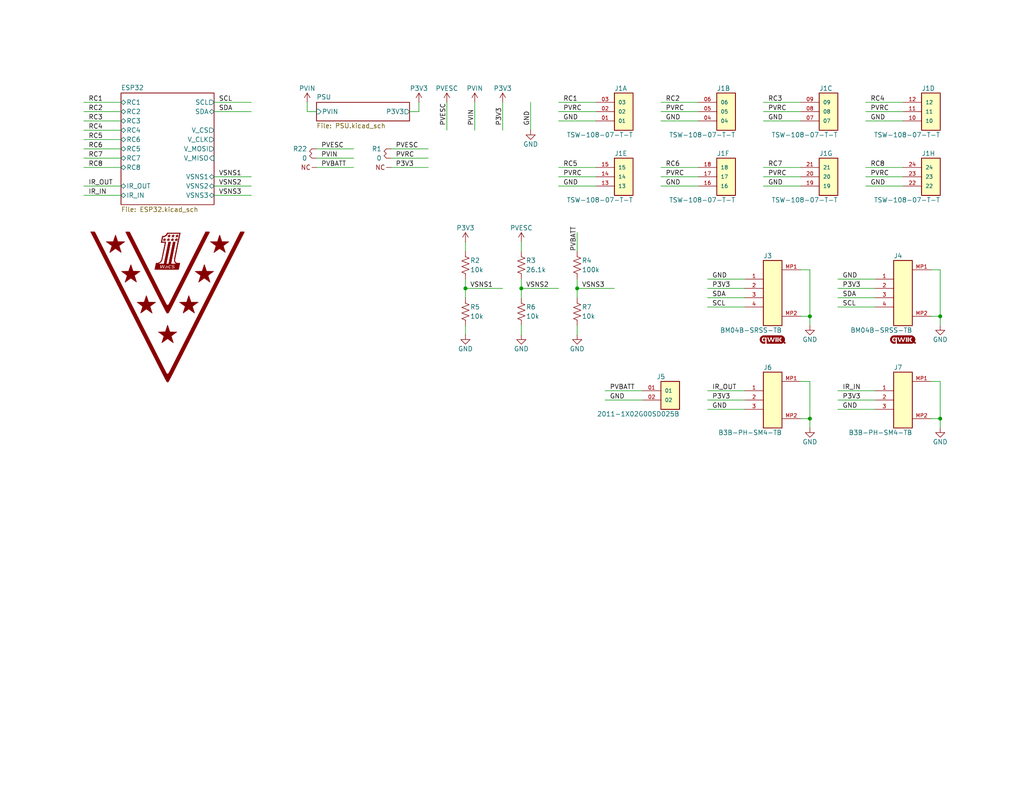
<source format=kicad_sch>
(kicad_sch (version 20231120) (generator "eeschema") (generator_version "8.0")
  (paper "USLetter")
  (title_block (title "ESP32 RC Controller") (date "2024-09-04") (rev "0") (company "Wireless and Control Systems LLC") (comment 1 "Dan Tatum"))
  (lib_symbols
    (symbol "power:+3.3V" (power) (pin_numbers hide) (pin_names (offset 0) hide)
      (property "Value" "+3.3V" (at 0 3.556 0))
      (symbol "+3.3V_1_1"
        (pin power_in line (at 0 0 90) (length 0) (name "~") (number "1"))
      )
    )
    (symbol "power:GND" (power) (pin_numbers hide) (pin_names (offset 0) hide)
      (property "Value" "GND" (at 0 -3.81 0))
      (symbol "GND_1_1"
        (pin power_in line (at 0 0 270) (length 0) (name "~") (number "1"))
      )
    )
    (symbol "proj_library:2011-1X02G00SD025B" (pin_names (offset 1.016))
      (property "Reference" "J" (at 0 5.08 0))
      (property "Value" "2011-1X02G00SD025B" (at 0 -5.08 0))
      (symbol "2011-1X02G00SD025B_0_0"
        (pin passive line (at -5.08 1.27 0) (length 5.08) (name "01") (number "01"))
        (pin passive line (at -5.08 -1.27 0) (length 5.08) (name "02") (number "02"))
      )
    )
    (symbol "proj_library:B3B-PH-SM4-TB" (pin_names (offset 0.254))
      (property "Reference" "J" (at 0 8.89 0))
      (property "Value" "B3B-PH-SM4-TB" (at 5.08 -8.89 0))
      (symbol "B3B-PH-SM4-TB_1_0"
        (pin passive line (at -5.08 2.54 0) (length 5.08) (name "") (number "1"))
        (pin passive line (at -5.08 0 0) (length 5.08) (name "") (number "2"))
        (pin passive line (at -5.08 -2.54 0) (length 5.08) (name "") (number "3"))
        (pin passive line (at 10.16 5.08 180) (length 5.08) (name "") (number "MP1"))
        (pin passive line (at 10.16 -5.08 180) (length 5.08) (name "") (number "MP2"))
      )
      (symbol "B3B-PH-SM4-TB_1_2"
        (pin unspecified line (at 0 0 0) (length 5.08) (name "1") (number "1"))
        (pin unspecified line (at 0 -2.54 0) (length 5.08) (name "2") (number "2"))
        (pin unspecified line (at 0 -5.08 0) (length 5.08) (name "3") (number "3"))
        (pin unspecified line (at 0 -7.62 0) (length 5.08) (name "4") (number "4"))
      )
    )
    (symbol "proj_library:BM04B-SRSS-TB" (pin_names (offset 0.254))
      (property "Reference" "J" (at 0 10.16 0))
      (property "Value" "BM04B-SRSS-TB" (at 5.08 -10.16 0))
      (symbol "BM04B-SRSS-TB_1_0"
        (pin passive line (at -5.08 3.81 0) (length 5.08) (name "") (number "1"))
        (pin passive line (at -5.08 1.27 0) (length 5.08) (name "") (number "2"))
        (pin passive line (at -5.08 -1.27 0) (length 5.08) (name "") (number "3"))
        (pin passive line (at -5.08 -3.81 0) (length 5.08) (name "") (number "4"))
        (pin passive line (at 10.16 6.35 180) (length 5.08) (name "") (number "MP1"))
        (pin passive line (at 10.16 -6.35 180) (length 5.08) (name "") (number "MP2"))
      )
      (symbol "BM04B-SRSS-TB_1_2"
        (pin unspecified line (at 0 0 0) (length 5.08) (name "1") (number "1"))
        (pin unspecified line (at 0 -2.54 0) (length 5.08) (name "2") (number "2"))
        (pin unspecified line (at 0 -5.08 0) (length 5.08) (name "3") (number "3"))
        (pin unspecified line (at 0 -7.62 0) (length 5.08) (name "4") (number "4"))
      )
    )
    (symbol "proj_library:CRCW06030000Z0EAC_3PAD" (pin_numbers hide) (pin_names (offset 0))
      (property "Reference" "R" (at 1.016 2.54 0))
      (property "Value" "0" (at 1.016 0 0))
      (symbol "CRCW06030000Z0EAC_3PAD_1_1"
        (text "NC" (at 0.254 -2.54 0) (effects (font (size 1.27 1.27)) (justify left)))
        (pin passive line (at -1.27 2.54 0) (length 1.27) (name "~") (number "1"))
        (pin passive line (at -1.27 0 0) (length 1.27) (name "~") (number "2"))
        (pin passive line (at -1.27 -2.54 0) (length 1.27) (name "~") (number "3"))
      )
    )
    (symbol "proj_library:CRCW0603100KFKEAC" (pin_numbers hide) (pin_names (offset 0))
      (property "Reference" "R" (at 1.27 2.54 0))
      (property "Value" "100k" (at 1.27 -2.54 0))
      (symbol "CRCW0603100KFKEAC_1_1"
        (pin passive line (at 0 3.81 270) (length 1.27) (name "~") (number "1"))
        (pin passive line (at 0 -3.81 90) (length 1.27) (name "~") (number "2"))
      )
    )
    (symbol "proj_library:CRCW060310K0FKEAC" (pin_numbers hide) (pin_names (offset 0))
      (property "Reference" "R" (at 1.27 2.54 0))
      (property "Value" "10k" (at 1.27 -2.54 0))
      (symbol "CRCW060310K0FKEAC_1_1"
        (pin passive line (at 0 3.81 270) (length 1.27) (name "~") (number "1"))
        (pin passive line (at 0 -3.81 90) (length 1.27) (name "~") (number "2"))
      )
    )
    (symbol "proj_library:CRCW060326K1FKEAC" (pin_numbers hide) (pin_names (offset 0))
      (property "Reference" "R" (at 1.27 2.54 0))
      (property "Value" "26.1k" (at 1.27 -2.54 0))
      (symbol "CRCW060326K1FKEAC_1_1"
        (pin passive line (at 0 3.81 270) (length 1.27) (name "~") (number "1"))
        (pin passive line (at 0 -3.81 90) (length 1.27) (name "~") (number "2"))
      )
    )
    (symbol "proj_library:Champion_Logo" (pin_numbers hide) (pin_names (offset 0) hide) (exclude_from_sim yes) (in_bom no))
    (symbol "proj_library:QWIIC_logo" (pin_names (offset 1.016)) (exclude_from_sim yes) (in_bom no))
    (symbol "proj_library:TSW-108-07-T-T" (pin_names (offset 1.016))
      (property "Reference" "J" (at 0 6.35 0))
      (property "Value" "TSW-108-07-T-T" (at 0 -6.35 0))
      (symbol "TSW-108-07-T-T_1_0"
        (pin passive line (at -5.08 2.54 0) (length 5.08) (name "01") (number "01"))
        (pin passive line (at -5.08 0 0) (length 5.08) (name "02") (number "02"))
        (pin passive line (at -5.08 -2.54 0) (length 5.08) (name "03") (number "03"))
      )
      (symbol "TSW-108-07-T-T_2_0"
        (pin passive line (at -5.08 2.54 0) (length 5.08) (name "04") (number "04"))
        (pin passive line (at -5.08 0 0) (length 5.08) (name "05") (number "05"))
        (pin passive line (at -5.08 -2.54 0) (length 5.08) (name "06") (number "06"))
      )
      (symbol "TSW-108-07-T-T_3_0"
        (pin passive line (at -5.08 2.54 0) (length 5.08) (name "07") (number "07"))
        (pin passive line (at -5.08 0 0) (length 5.08) (name "08") (number "08"))
        (pin passive line (at -5.08 -2.54 0) (length 5.08) (name "09") (number "09"))
      )
      (symbol "TSW-108-07-T-T_4_0"
        (pin passive line (at -5.08 2.54 0) (length 5.08) (name "10") (number "10"))
        (pin passive line (at -5.08 0 0) (length 5.08) (name "11") (number "11"))
        (pin passive line (at -5.08 -2.54 0) (length 5.08) (name "12") (number "12"))
      )
      (symbol "TSW-108-07-T-T_5_0"
        (pin passive line (at -5.08 2.54 0) (length 5.08) (name "13") (number "13"))
        (pin passive line (at -5.08 0 0) (length 5.08) (name "14") (number "14"))
        (pin passive line (at -5.08 -2.54 0) (length 5.08) (name "15") (number "15"))
      )
      (symbol "TSW-108-07-T-T_6_0"
        (pin passive line (at -5.08 2.54 0) (length 5.08) (name "16") (number "16"))
        (pin passive line (at -5.08 0 0) (length 5.08) (name "17") (number "17"))
        (pin passive line (at -5.08 -2.54 0) (length 5.08) (name "18") (number "18"))
      )
      (symbol "TSW-108-07-T-T_7_0"
        (pin passive line (at -5.08 2.54 0) (length 5.08) (name "19") (number "19"))
        (pin passive line (at -5.08 0 0) (length 5.08) (name "20") (number "20"))
        (pin passive line (at -5.08 -2.54 0) (length 5.08) (name "21") (number "21"))
      )
      (symbol "TSW-108-07-T-T_8_0"
        (pin passive line (at -5.08 2.54 0) (length 5.08) (name "22") (number "22"))
        (pin passive line (at -5.08 0 0) (length 5.08) (name "23") (number "23"))
        (pin passive line (at -5.08 -2.54 0) (length 5.08) (name "24") (number "24"))
      )
    )
    (symbol "proj_library:WaCS-1_logo" (pin_numbers hide) (pin_names (offset 0) hide) (exclude_from_sim yes) (in_bom no))
  )
  (junction (at 220.98 86.36))
  (junction (at 256.54 86.36))
  (junction (at 142.24 78.74))
  (junction (at 157.48 78.74))
  (junction (at 256.54 114.3))
  (junction (at 127 78.74))
  (junction (at 220.98 114.3))
  (wire (pts (xy 228.6 81.28) (xy 238.76 81.28)))
  (wire (pts (xy 157.48 63.5) (xy 157.48 68.58)))
  (wire (pts (xy 256.54 73.66) (xy 256.54 86.36)))
  (wire (pts (xy 193.04 109.22) (xy 203.2 109.22)))
  (wire (pts (xy 127 76.2) (xy 127 78.74)))
  (wire (pts (xy 208.28 50.8) (xy 218.44 50.8)))
  (wire (pts (xy 228.6 109.22) (xy 238.76 109.22)))
  (wire (pts (xy 180.34 50.8) (xy 190.5 50.8)))
  (wire (pts (xy 193.04 83.82) (xy 203.2 83.82)))
  (wire (pts (xy 236.22 48.26) (xy 246.38 48.26)))
  (wire (pts (xy 254 73.66) (xy 256.54 73.66)))
  (wire (pts (xy 22.86 33.02) (xy 33.02 33.02)))
  (wire (pts (xy 218.44 114.3) (xy 220.98 114.3)))
  (wire (pts (xy 157.48 78.74) (xy 157.48 81.28)))
  (wire (pts (xy 127 88.9) (xy 127 91.44)))
  (wire (pts (xy 208.28 33.02) (xy 218.44 33.02)))
  (wire (pts (xy 208.28 27.94) (xy 218.44 27.94)))
  (wire (pts (xy 58.42 48.26) (xy 68.58 48.26)))
  (wire (pts (xy 165.1 106.68) (xy 175.26 106.68)))
  (wire (pts (xy 228.6 78.74) (xy 238.76 78.74)))
  (wire (pts (xy 137.16 27.94) (xy 137.16 35.56)))
  (wire (pts (xy 254 86.36) (xy 256.54 86.36)))
  (wire (pts (xy 142.24 78.74) (xy 142.24 81.28)))
  (wire (pts (xy 127 66.04) (xy 127 68.58)))
  (wire (pts (xy 180.34 27.94) (xy 190.5 27.94)))
  (wire (pts (xy 22.86 45.72) (xy 33.02 45.72)))
  (wire (pts (xy 142.24 88.9) (xy 142.24 91.44)))
  (wire (pts (xy 193.04 106.68) (xy 203.2 106.68)))
  (wire (pts (xy 58.42 50.8) (xy 68.58 50.8)))
  (wire (pts (xy 228.6 83.82) (xy 238.76 83.82)))
  (wire (pts (xy 58.42 27.94) (xy 68.58 27.94)))
  (wire (pts (xy 22.86 53.34) (xy 33.02 53.34)))
  (wire (pts (xy 236.22 45.72) (xy 246.38 45.72)))
  (wire (pts (xy 152.4 33.02) (xy 162.56 33.02)))
  (wire (pts (xy 127 78.74) (xy 127 81.28)))
  (wire (pts (xy 208.28 48.26) (xy 218.44 48.26)))
  (wire (pts (xy 83.82 30.48) (xy 86.36 30.48)))
  (wire (pts (xy 157.48 76.2) (xy 157.48 78.74)))
  (wire (pts (xy 152.4 45.72) (xy 162.56 45.72)))
  (wire (pts (xy 254 114.3) (xy 256.54 114.3)))
  (wire (pts (xy 180.34 30.48) (xy 190.5 30.48)))
  (wire (pts (xy 208.28 30.48) (xy 218.44 30.48)))
  (wire (pts (xy 58.42 53.34) (xy 68.58 53.34)))
  (wire (pts (xy 22.86 40.64) (xy 33.02 40.64)))
  (wire (pts (xy 254 104.14) (xy 256.54 104.14)))
  (wire (pts (xy 22.86 43.18) (xy 33.02 43.18)))
  (wire (pts (xy 114.3 27.94) (xy 114.3 30.48)))
  (wire (pts (xy 228.6 76.2) (xy 238.76 76.2)))
  (wire (pts (xy 142.24 76.2) (xy 142.24 78.74)))
  (wire (pts (xy 152.4 48.26) (xy 162.56 48.26)))
  (wire (pts (xy 193.04 81.28) (xy 203.2 81.28)))
  (wire (pts (xy 127 78.74) (xy 137.16 78.74)))
  (wire (pts (xy 228.6 106.68) (xy 238.76 106.68)))
  (wire (pts (xy 218.44 73.66) (xy 220.98 73.66)))
  (wire (pts (xy 106.68 40.64) (xy 116.84 40.64)))
  (wire (pts (xy 22.86 50.8) (xy 33.02 50.8)))
  (wire (pts (xy 22.86 35.56) (xy 33.02 35.56)))
  (wire (pts (xy 218.44 104.14) (xy 220.98 104.14)))
  (wire (pts (xy 152.4 50.8) (xy 162.56 50.8)))
  (wire (pts (xy 111.76 30.48) (xy 114.3 30.48)))
  (wire (pts (xy 157.48 78.74) (xy 167.64 78.74)))
  (wire (pts (xy 165.1 109.22) (xy 175.26 109.22)))
  (wire (pts (xy 144.78 27.94) (xy 144.78 35.56)))
  (wire (pts (xy 86.36 43.18) (xy 96.52 43.18)))
  (wire (pts (xy 121.92 27.94) (xy 121.92 35.56)))
  (wire (pts (xy 180.34 33.02) (xy 190.5 33.02)))
  (wire (pts (xy 22.86 27.94) (xy 33.02 27.94)))
  (wire (pts (xy 193.04 111.76) (xy 203.2 111.76)))
  (wire (pts (xy 193.04 78.74) (xy 203.2 78.74)))
  (wire (pts (xy 142.24 78.74) (xy 152.4 78.74)))
  (wire (pts (xy 236.22 33.02) (xy 246.38 33.02)))
  (wire (pts (xy 256.54 86.36) (xy 256.54 88.9)))
  (wire (pts (xy 152.4 30.48) (xy 162.56 30.48)))
  (wire (pts (xy 142.24 66.04) (xy 142.24 68.58)))
  (wire (pts (xy 129.54 27.94) (xy 129.54 35.56)))
  (wire (pts (xy 218.44 86.36) (xy 220.98 86.36)))
  (wire (pts (xy 22.86 38.1) (xy 33.02 38.1)))
  (wire (pts (xy 208.28 45.72) (xy 218.44 45.72)))
  (wire (pts (xy 106.68 43.18) (xy 116.84 43.18)))
  (wire (pts (xy 236.22 30.48) (xy 246.38 30.48)))
  (wire (pts (xy 83.82 27.94) (xy 83.82 30.48)))
  (wire (pts (xy 236.22 27.94) (xy 246.38 27.94)))
  (wire (pts (xy 236.22 50.8) (xy 246.38 50.8)))
  (wire (pts (xy 86.36 45.72) (xy 96.52 45.72)))
  (wire (pts (xy 22.86 30.48) (xy 33.02 30.48)))
  (wire (pts (xy 220.98 73.66) (xy 220.98 86.36)))
  (wire (pts (xy 220.98 86.36) (xy 220.98 88.9)))
  (wire (pts (xy 106.68 45.72) (xy 116.84 45.72)))
  (wire (pts (xy 58.42 30.48) (xy 68.58 30.48)))
  (wire (pts (xy 157.48 88.9) (xy 157.48 91.44)))
  (wire (pts (xy 193.04 76.2) (xy 203.2 76.2)))
  (wire (pts (xy 256.54 104.14) (xy 256.54 114.3)))
  (wire (pts (xy 220.98 114.3) (xy 220.98 116.84)))
  (wire (pts (xy 220.98 104.14) (xy 220.98 114.3)))
  (wire (pts (xy 180.34 45.72) (xy 190.5 45.72)))
  (wire (pts (xy 152.4 27.94) (xy 162.56 27.94)))
  (wire (pts (xy 256.54 114.3) (xy 256.54 116.84)))
  (wire (pts (xy 228.6 111.76) (xy 238.76 111.76)))
  (wire (pts (xy 180.34 48.26) (xy 190.5 48.26)))
  (wire (pts (xy 86.36 40.64) (xy 96.52 40.64)))
  (label "P3V3" (at 194.31 109.22 0))
  (label "PVRC" (at 153.67 30.48 0))
  (label "PVRC" (at 237.49 30.48 0))
  (label "RC4" (at 24.13 35.56 0))
  (label "PVESC" (at 121.92 34.29 90))
  (label "IR_IN" (at 24.13 53.34 0))
  (label "RC1" (at 24.13 27.94 0))
  (label "PVRC" (at 153.67 48.26 0))
  (label "PVRC" (at 209.55 48.26 0))
  (label "PVBATT" (at 166.37 106.68 0))
  (label "GND" (at 194.31 111.76 0))
  (label "SCL" (at 229.87 83.82 0))
  (label "PVRC" (at 181.61 48.26 0))
  (label "GND" (at 229.87 111.76 0))
  (label "RC1" (at 153.67 27.94 0))
  (label "P3V3" (at 194.31 78.74 0))
  (label "RC5" (at 24.13 38.1 0))
  (label "PVESC" (at 87.63 40.64 0))
  (label "SCL" (at 194.31 83.82 0))
  (label "GND" (at 237.49 50.8 0))
  (label "GND" (at 209.55 33.02 0))
  (label "PVBATT" (at 87.63 45.72 0))
  (label "PVIN" (at 87.63 43.18 0))
  (label "GND" (at 144.78 34.29 90))
  (label "RC7" (at 24.13 43.18 0))
  (label "P3V3" (at 137.16 34.29 90))
  (label "RC2" (at 24.13 30.48 0))
  (label "VSNS2" (at 143.51 78.74 0))
  (label "RC8" (at 237.49 45.72 0))
  (label "GND" (at 181.61 50.8 0))
  (label "GND" (at 166.37 109.22 0))
  (label "SCL" (at 59.69 27.94 0))
  (label "SDA" (at 229.87 81.28 0))
  (label "IR_IN" (at 229.87 106.68 0))
  (label "RC8" (at 24.13 45.72 0))
  (label "P3V3" (at 107.95 45.72 0))
  (label "GND" (at 237.49 33.02 0))
  (label "GND" (at 229.87 76.2 0))
  (label "RC3" (at 209.55 27.94 0))
  (label "GND" (at 194.31 76.2 0))
  (label "PVBATT" (at 157.48 68.58 90))
  (label "VSNS2" (at 59.69 50.8 0))
  (label "VSNS1" (at 59.69 48.26 0))
  (label "PVRC" (at 107.95 43.18 0))
  (label "PVESC" (at 107.95 40.64 0))
  (label "RC5" (at 153.67 45.72 0))
  (label "PVRC" (at 237.49 48.26 0))
  (label "GND" (at 153.67 33.02 0))
  (label "GND" (at 181.61 33.02 0))
  (label "RC6" (at 24.13 40.64 0))
  (label "RC3" (at 24.13 33.02 0))
  (label "PVIN" (at 129.54 34.29 90))
  (label "SDA" (at 59.69 30.48 0))
  (label "P3V3" (at 229.87 78.74 0))
  (label "GND" (at 209.55 50.8 0))
  (label "VSNS1" (at 128.27 78.74 0))
  (label "PVRC" (at 209.55 30.48 0))
  (label "P3V3" (at 229.87 109.22 0))
  (label "GND" (at 153.67 50.8 0))
  (label "IR_OUT" (at 24.13 50.8 0))
  (label "RC2" (at 181.61 27.94 0))
  (label "IR_OUT" (at 194.31 106.68 0))
  (label "SDA" (at 194.31 81.28 0))
  (label "RC4" (at 237.49 27.94 0))
  (label "PVRC" (at 181.61 30.48 0))
  (label "RC6" (at 181.61 45.72 0))
  (label "VSNS3" (at 158.75 78.74 0))
  (label "VSNS3" (at 59.69 53.34 0))
  (label "RC7" (at 209.55 45.72 0))
  (symbol (lib_id "proj_library:WaCS-1_logo") (at 45.72 68.58 0) (unit 1) (exclude_from_sim yes) (in_bom no)
    (property "Reference" "G5" (effects (hide yes)))
    (property "Footprint" "proj_library:WaCS-1_logo" (effects (hide yes)))
  )
  (symbol (lib_id "power:+3.3V") (at 142.24 66.04 0) (unit 1)
    (property "Reference" "#PWR07" (effects (hide yes)))
    (property "Value" "PVESC" (at 142.24 62.23 0))
    (property "Description" "Power symbol creates a global label with name \"PVESC\"" (effects (hide yes)))
  )
  (symbol (lib_id "power:GND") (at 157.48 91.44 0) (unit 1)
    (property "Reference" "#PWR012" (effects (hide yes)))
    (property "Value" "GND" (at 157.48 95.25 0))
    (property "Description" "Power symbol creates a global label with name \"GND\" , ground" (effects (hide yes)))
  )
  (symbol (lib_id "power:GND") (at 256.54 88.9 0) (unit 1)
    (property "Reference" "#PWR09" (effects (hide yes)))
    (property "Value" "GND" (at 256.54 92.71 0))
    (property "Description" "Power symbol creates a global label with name \"GND\" , ground" (effects (hide yes)))
  )
  (symbol (lib_id "power:+3.3V") (at 137.16 27.94 0) (unit 1)
    (property "Reference" "#PWR04" (effects (hide yes)))
    (property "Value" "P3V3" (at 137.16 24.13 0))
    (property "Description" "Power symbol creates a global label with name \"P3V3\"" (effects (hide yes)))
  )
  (symbol (lib_id "proj_library:TSW-108-07-T-T") (at 223.52 30.48 0) (mirror x) (unit 3)
    (property "Reference" "J1" (at 223.52 24.13 0) (effects (justify left)))
    (property "Value" "TSW-108-07-T-T" (at 228.6 36.83 0) (effects (justify right)))
    (property "Footprint" "proj_library:SAMTEC_TSW-108-07-T-T" (effects (hide yes)))
    (property "Description" "SAMTEC TSW-108-07-T-T 0.100 square pin 3x8" (effects (hide yes)))
    (property "Manufacturer" "Samtec" (effects (hide yes)))
  )
  (symbol (lib_id "proj_library:TSW-108-07-T-T") (at 223.52 48.26 0) (mirror x) (unit 7)
    (property "Reference" "J1" (at 223.52 41.91 0) (effects (justify left)))
    (property "Value" "TSW-108-07-T-T" (at 228.6 54.61 0) (effects (justify right)))
    (property "Footprint" "proj_library:SAMTEC_TSW-108-07-T-T" (effects (hide yes)))
    (property "Description" "SAMTEC TSW-108-07-T-T 0.100 square pin 3x8" (effects (hide yes)))
    (property "Manufacturer" "Samtec" (effects (hide yes)))
  )
  (symbol (lib_name "proj_library:B3B-PH-SM4-TB") (lib_id "proj_library:B3B-PH-SM4-TB") (at 208.28 109.22 0) (unit 1)
    (property "Reference" "J6" (at 208.28 100.33 0) (effects (justify left)))
    (property "Value" "B3B-PH-SM4-TB" (at 213.36 118.11 0) (effects (justify right)))
    (property "Footprint" "proj_library:B3B-PH-SM4-TB" (effects (hide yes)))
    (property "Description" "CONN HEADER SMD 3POS 2MM" (effects (hide yes)))
    (property "Manufacturer" "JST" (effects (hide yes)))
  )
  (symbol (lib_id "proj_library:Champion_Logo") (at 45.72 83.82 0) (unit 1) (exclude_from_sim yes) (in_bom no)
    (property "Reference" "G6" (effects (hide yes)))
    (property "Footprint" "proj_library:Champion logo" (effects (hide yes)))
  )
  (symbol (lib_name "proj_library:B3B-PH-SM4-TB") (lib_id "proj_library:B3B-PH-SM4-TB") (at 243.84 109.22 0) (unit 1)
    (property "Reference" "J7" (at 243.84 100.33 0) (effects (justify left)))
    (property "Value" "B3B-PH-SM4-TB" (at 248.92 118.11 0) (effects (justify right)))
    (property "Footprint" "proj_library:B3B-PH-SM4-TB" (effects (hide yes)))
    (property "Description" "CONN HEADER SMD 3POS 2MM" (effects (hide yes)))
    (property "Manufacturer" "JST" (effects (hide yes)))
  )
  (symbol (lib_id "proj_library:CRCW060310K0FKEAC") (at 127 72.39 0) (unit 1)
    (property "Reference" "R2" (at 128.27 71.12 0) (effects (justify left)))
    (property "Value" "10k" (at 128.27 73.66 0) (effects (justify left)))
    (property "Footprint" "proj_library:R0603" (effects (hide yes)))
    (property "Description" "RES 10K OHM 1% 1/10W 0603" (effects (hide yes)))
  )
  (symbol (lib_id "proj_library:CRCW060310K0FKEAC") (at 142.24 85.09 0) (unit 1)
    (property "Reference" "R6" (at 143.51 83.82 0) (effects (justify left)))
    (property "Value" "10k" (at 143.51 86.36 0) (effects (justify left)))
    (property "Footprint" "proj_library:R0603" (effects (hide yes)))
    (property "Description" "RES 10K OHM 1% 1/10W 0603" (effects (hide yes)))
  )
  (symbol (lib_id "power:+3.3V") (at 83.82 27.94 0) (unit 1)
    (property "Reference" "#PWR01" (effects (hide yes)))
    (property "Value" "PVIN" (at 83.82 24.13 0))
    (property "Description" "Power symbol creates a global label with name \"PVESC\"" (effects (hide yes)))
  )
  (symbol (lib_name "proj_library:BM04B-SRSS-TB") (lib_id "proj_library:BM04B-SRSS-TB") (at 243.84 80.01 0) (unit 1)
    (property "Reference" "J4" (at 243.84 69.85 0) (effects (justify left)))
    (property "Value" "BM04B-SRSS-TB" (at 248.92 90.17 0) (effects (justify right)))
    (property "Footprint" "proj_library:BM04B-SRSS_JST" (effects (hide yes)))
    (property "Description" "CONN HEADER SMD 4POS 1MM" (effects (hide yes)))
    (property "Manufacturer" "JST" (effects (hide yes)))
  )
  (symbol (lib_id "proj_library:TSW-108-07-T-T") (at 251.46 48.26 0) (mirror x) (unit 8)
    (property "Reference" "J1" (at 251.46 41.91 0) (effects (justify left)))
    (property "Value" "TSW-108-07-T-T" (at 256.54 54.61 0) (effects (justify right)))
    (property "Footprint" "proj_library:SAMTEC_TSW-108-07-T-T" (effects (hide yes)))
    (property "Description" "SAMTEC TSW-108-07-T-T 0.100 square pin 3x8" (effects (hide yes)))
    (property "Manufacturer" "Samtec" (effects (hide yes)))
  )
  (symbol (lib_id "proj_library:CRCW060326K1FKEAC") (at 142.24 72.39 0) (unit 1)
    (property "Reference" "R3" (at 143.51 71.12 0) (effects (justify left)))
    (property "Value" "26.1k" (at 143.51 73.66 0) (effects (justify left)))
    (property "Footprint" "proj_library:R0603" (effects (hide yes)))
    (property "Description" "RES 26.1K OHM 1% 1/10W 0603" (effects (hide yes)))
  )
  (symbol (lib_id "power:+3.3V") (at 121.92 27.94 0) (unit 1)
    (property "Reference" "#PWR03" (effects (hide yes)))
    (property "Value" "PVESC" (at 121.92 24.13 0))
    (property "Description" "Power symbol creates a global label with name \"PVESC\"" (effects (hide yes)))
  )
  (symbol (lib_id "power:GND") (at 144.78 35.56 0) (unit 1)
    (property "Reference" "#PWR05" (effects (hide yes)))
    (property "Value" "GND" (at 144.78 39.37 0))
    (property "Description" "Power symbol creates a global label with name \"GND\" , ground" (effects (hide yes)))
  )
  (symbol (lib_id "proj_library:QWIIC_logo") (at 210.82 92.71 0) (unit 1) (exclude_from_sim yes) (in_bom no)
    (property "Reference" "G1" (effects (hide yes)))
    (property "Footprint" "proj_library:QWIIC_logo" (effects (hide yes)))
    (property "Description" "QWIIC logo" (effects (hide yes)))
  )
  (symbol (lib_id "proj_library:TSW-108-07-T-T") (at 167.64 48.26 0) (mirror x) (unit 5)
    (property "Reference" "J1" (at 167.64 41.91 0) (effects (justify left)))
    (property "Value" "TSW-108-07-T-T" (at 172.72 54.61 0) (effects (justify right)))
    (property "Footprint" "proj_library:SAMTEC_TSW-108-07-T-T" (effects (hide yes)))
    (property "Description" "SAMTEC TSW-108-07-T-T 0.100 square pin 3x8" (effects (hide yes)))
    (property "Manufacturer" "Samtec" (effects (hide yes)))
  )
  (symbol (lib_id "proj_library:TSW-108-07-T-T") (at 195.58 30.48 0) (mirror x) (unit 2)
    (property "Reference" "J1" (at 195.58 24.13 0) (effects (justify left)))
    (property "Value" "TSW-108-07-T-T" (at 200.66 36.83 0) (effects (justify right)))
    (property "Footprint" "proj_library:SAMTEC_TSW-108-07-T-T" (effects (hide yes)))
    (property "Description" "SAMTEC TSW-108-07-T-T 0.100 square pin 3x8" (effects (hide yes)))
    (property "Manufacturer" "Samtec" (effects (hide yes)))
  )
  (symbol (lib_id "proj_library:TSW-108-07-T-T") (at 195.58 48.26 0) (mirror x) (unit 6)
    (property "Reference" "J1" (at 195.58 41.91 0) (effects (justify left)))
    (property "Value" "TSW-108-07-T-T" (at 200.66 54.61 0) (effects (justify right)))
    (property "Footprint" "proj_library:SAMTEC_TSW-108-07-T-T" (effects (hide yes)))
    (property "Description" "SAMTEC TSW-108-07-T-T 0.100 square pin 3x8" (effects (hide yes)))
    (property "Manufacturer" "Samtec" (effects (hide yes)))
  )
  (symbol (lib_id "proj_library:QWIIC_logo") (at 246.38 92.71 0) (unit 1) (exclude_from_sim yes) (in_bom no)
    (property "Reference" "G2" (effects (hide yes)))
    (property "Footprint" "proj_library:QWIIC_logo" (effects (hide yes)))
    (property "Description" "QWIIC logo" (effects (hide yes)))
  )
  (symbol (lib_id "power:+3.3V") (at 129.54 27.94 0) (unit 1)
    (property "Reference" "#PWR047" (effects (hide yes)))
    (property "Value" "PVIN" (at 129.54 24.13 0))
    (property "Description" "Power symbol creates a global label with name \"P3V3\"" (effects (hide yes)))
  )
  (symbol (lib_id "proj_library:2011-1X02G00SD025B") (at 180.34 107.95 0) (unit 1)
    (property "Reference" "J5" (at 180.34 102.87 0))
    (property "Value" "2011-1X02G00SD025B" (at 185.42 113.03 0) (effects (justify right)))
    (property "Footprint" "proj_library:2011-1X02G00SD025B" (effects (hide yes)))
    (property "Description" "PIN HEADER, SINGLE ROW 2 PIN STR" (effects (hide yes)))
    (property "Manufacturer" "Oupiin" (effects (hide yes)))
  )
  (symbol (lib_id "power:+3.3V") (at 114.3 27.94 0) (unit 1)
    (property "Reference" "#PWR02" (effects (hide yes)))
    (property "Value" "P3V3" (at 114.3 24.13 0))
    (property "Description" "Power symbol creates a global label with name \"P3V3\"" (effects (hide yes)))
  )
  (symbol (lib_id "power:GND") (at 142.24 91.44 0) (unit 1)
    (property "Reference" "#PWR011" (effects (hide yes)))
    (property "Value" "GND" (at 142.24 95.25 0))
    (property "Description" "Power symbol creates a global label with name \"GND\" , ground" (effects (hide yes)))
  )
  (symbol (lib_id "proj_library:TSW-108-07-T-T") (at 251.46 30.48 0) (mirror x) (unit 4)
    (property "Reference" "J1" (at 251.46 24.13 0) (effects (justify left)))
    (property "Value" "TSW-108-07-T-T" (at 256.54 36.83 0) (effects (justify right)))
    (property "Footprint" "proj_library:SAMTEC_TSW-108-07-T-T" (effects (hide yes)))
    (property "Description" "SAMTEC TSW-108-07-T-T 0.100 square pin 3x8" (effects (hide yes)))
    (property "Manufacturer" "Samtec" (effects (hide yes)))
  )
  (symbol (lib_id "proj_library:CRCW06030000Z0EAC_3PAD") (at 85.09 43.18 0) (mirror y) (unit 1)
    (property "Reference" "R22" (at 83.82 40.64 0) (effects (justify left)))
    (property "Value" "0" (at 83.82 43.18 0) (effects (justify left)))
    (property "Footprint" "proj_library:R0603_3" (effects (hide yes)))
    (property "Description" "RES 0 OHM JUMPER 1/10W 0603" (effects (hide yes)))
  )
  (symbol (lib_id "proj_library:CRCW0603100KFKEAC") (at 157.48 72.39 0) (unit 1)
    (property "Reference" "R4" (at 158.75 71.12 0) (effects (justify left)))
    (property "Value" "100k" (at 158.75 73.66 0) (effects (justify left)))
    (property "Footprint" "proj_library:R0603" (effects (hide yes)))
    (property "Description" "RES 100K OHM 1% 1/10W 0603" (effects (hide yes)))
  )
  (symbol (lib_id "power:+3.3V") (at 127 66.04 0) (unit 1)
    (property "Reference" "#PWR06" (effects (hide yes)))
    (property "Value" "P3V3" (at 127 62.23 0))
    (property "Description" "Power symbol creates a global label with name \"P3V3\"" (effects (hide yes)))
  )
  (symbol (lib_id "proj_library:TSW-108-07-T-T") (at 167.64 30.48 0) (mirror x) (unit 1)
    (property "Reference" "J1" (at 167.64 24.13 0) (effects (justify left)))
    (property "Value" "TSW-108-07-T-T" (at 172.72 36.83 0) (effects (justify right)))
    (property "Footprint" "proj_library:SAMTEC_TSW-108-07-T-T" (effects (hide yes)))
    (property "Description" "SAMTEC TSW-108-07-T-T 0.100 square pin 3x8" (effects (hide yes)))
    (property "Manufacturer" "Samtec" (effects (hide yes)))
  )
  (symbol (lib_id "proj_library:CRCW06030000Z0EAC_3PAD") (at 105.41 43.18 0) (mirror y) (unit 1)
    (property "Reference" "R1" (at 104.14 40.64 0) (effects (justify left)))
    (property "Value" "0" (at 104.14 43.18 0) (effects (justify left)))
    (property "Footprint" "proj_library:R0603_3" (effects (hide yes)))
    (property "Description" "RES 0 OHM JUMPER 1/10W 0603" (effects (hide yes)))
  )
  (symbol (lib_id "power:GND") (at 256.54 116.84 0) (unit 1)
    (property "Reference" "#PWR014" (effects (hide yes)))
    (property "Value" "GND" (at 256.54 120.65 0))
    (property "Description" "Power symbol creates a global label with name \"GND\" , ground" (effects (hide yes)))
  )
  (symbol (lib_name "proj_library:BM04B-SRSS-TB") (lib_id "proj_library:BM04B-SRSS-TB") (at 208.28 80.01 0) (unit 1)
    (property "Reference" "J3" (at 208.28 69.85 0) (effects (justify left)))
    (property "Value" "BM04B-SRSS-TB" (at 213.36 90.17 0) (effects (justify right)))
    (property "Footprint" "proj_library:BM04B-SRSS_JST" (effects (hide yes)))
    (property "Description" "CONN HEADER SMD 4POS 1MM" (effects (hide yes)))
    (property "Manufacturer" "JST" (effects (hide yes)))
  )
  (symbol (lib_id "power:GND") (at 220.98 88.9 0) (unit 1)
    (property "Reference" "#PWR08" (effects (hide yes)))
    (property "Value" "GND" (at 220.98 92.71 0))
    (property "Description" "Power symbol creates a global label with name \"GND\" , ground" (effects (hide yes)))
  )
  (symbol (lib_id "proj_library:CRCW060310K0FKEAC") (at 127 85.09 0) (unit 1)
    (property "Reference" "R5" (at 128.27 83.82 0) (effects (justify left)))
    (property "Value" "10k" (at 128.27 86.36 0) (effects (justify left)))
    (property "Footprint" "proj_library:R0603" (effects (hide yes)))
    (property "Description" "RES 10K OHM 1% 1/10W 0603" (effects (hide yes)))
  )
  (symbol (lib_id "power:GND") (at 220.98 116.84 0) (unit 1)
    (property "Reference" "#PWR013" (effects (hide yes)))
    (property "Value" "GND" (at 220.98 120.65 0))
    (property "Description" "Power symbol creates a global label with name \"GND\" , ground" (effects (hide yes)))
  )
  (symbol (lib_id "power:GND") (at 127 91.44 0) (unit 1)
    (property "Reference" "#PWR010" (effects (hide yes)))
    (property "Value" "GND" (at 127 95.25 0))
    (property "Description" "Power symbol creates a global label with name \"GND\" , ground" (effects (hide yes)))
  )
  (symbol (lib_id "proj_library:CRCW060310K0FKEAC") (at 157.48 85.09 0) (unit 1)
    (property "Reference" "R7" (at 158.75 83.82 0) (effects (justify left)))
    (property "Value" "10k" (at 158.75 86.36 0) (effects (justify left)))
    (property "Footprint" "proj_library:R0603" (effects (hide yes)))
    (property "Description" "RES 10K OHM 1% 1/10W 0603" (effects (hide yes)))
  )
  (sheet (at 33.02 25.4) (size 25.4 30.48) (stroke (width 0.1524))
    (property "Sheetname" "ESP32" (at 33.02 24.6884 0) (effects (justify left bottom)))
    (property "Sheetfile" "ESP32.kicad_sch" (at 33.02 56.4646 0) (effects (justify left top)))
    (pin "SCL" output (at 58.42 27.94 0))
    (pin "V_MOSI" output (at 58.42 40.64 0))
    (pin "V_CS" output (at 58.42 35.56 0))
    (pin "V_MISO" input (at 58.42 43.18 0))
    (pin "V_CLK" output (at 58.42 38.1 0))
    (pin "SDA" bidirectional (at 58.42 30.48 0))
    (pin "RC1" bidirectional (at 33.02 27.94 180))
    (pin "RC2" bidirectional (at 33.02 30.48 180))
    (pin "RC3" bidirectional (at 33.02 33.02 180))
    (pin "RC4" bidirectional (at 33.02 35.56 180))
    (pin "RC6" bidirectional (at 33.02 38.1 180))
    (pin "RC5" bidirectional (at 33.02 40.64 180))
    (pin "RC7" bidirectional (at 33.02 43.18 180))
    (pin "RC8" bidirectional (at 33.02 45.72 180))
    (pin "IR_IN" bidirectional (at 33.02 53.34 180))
    (pin "IR_OUT" bidirectional (at 33.02 50.8 180))
    (pin "VSNS1" bidirectional (at 58.42 48.26 0))
    (pin "VSNS2" bidirectional (at 58.42 50.8 0))
    (pin "VSNS3" bidirectional (at 58.42 53.34 0))
  )
  (sheet (at 86.36 27.94) (size 25.4 5.08) (stroke (width 0.1524))
    (property "Sheetname" "PSU" (at 86.36 27.2284 0) (effects (justify left bottom)))
    (property "Sheetfile" "PSU.kicad_sch" (at 86.36 33.6046 0) (effects (justify left top)))
    (pin "P3V3" output (at 111.76 30.48 0))
    (pin "PVIN" input (at 86.36 30.48 180))
  )
)
</source>
